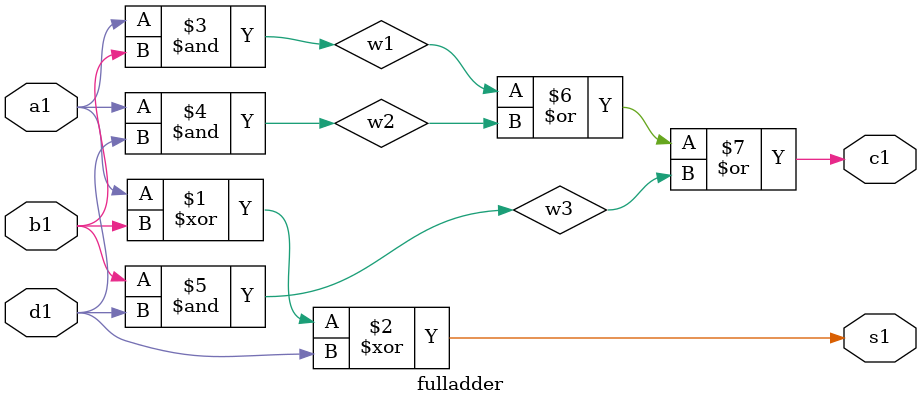
<source format=v>

module ripple(a,b,d,s,o);
input [3:0]a;
input [3:0]b;
input d;
output [3:0]s;
output o;
 wire [2:0]c;


 fulladder fa1(a[0],b[0],d,s[0],c[0]);
 fulladder fa2(a[1],b[1],c[0],s[1],c[1]);
 fulladder fa3(a[2],b[2],c[1],s[2],c[2]);
 fulladder fa4(a[3],b[3],c[2],s[3],o);
endmodule


module fulladder(a1,b1,d1,s1,c1);
input a1,b1,d1;
output s1,c1;
wire w1,w2,w3;
 xor g1 (s1,a1,b1,d1);
 and g2 (w1,a1,b1);
 and g3 (w2,a1,d1);
 and g4 (w3,b1,d1);
 or g5 (c1,w1,w2,w3);
endmodule

</source>
